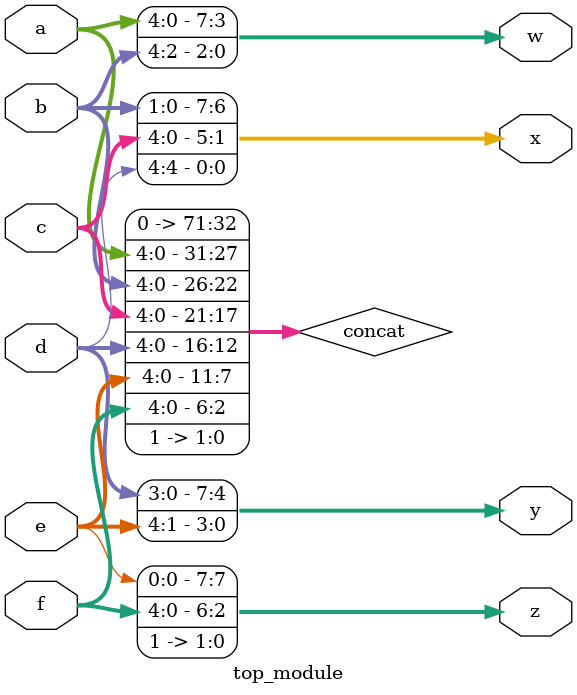
<source format=sv>
module top_module (
	input [4:0] a,
	input [4:0] b,
	input [4:0] c,
	input [4:0] d,
	input [4:0] e,
	input [4:0] f,
	output [7:0] w,
	output [7:0] x,
	output [7:0] y,
	output [7:0] z
);

// Concatenation of all inputs and 2'b11
wire [71:0] concat;
assign concat = {a, b, c, d, e, f, 2'b11};

// Output assignments
assign {w, x, y, z} = concat;

endmodule

</source>
